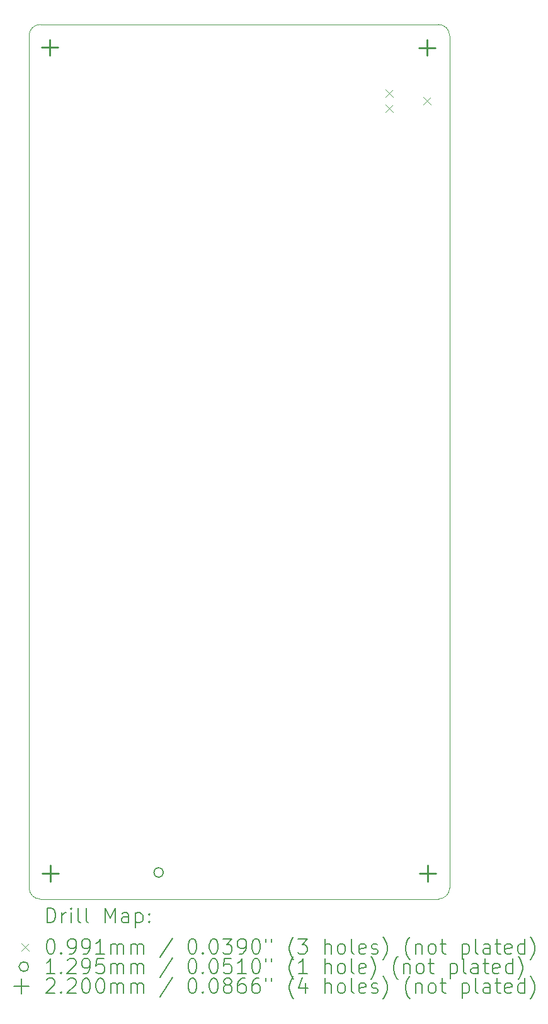
<source format=gbr>
%TF.GenerationSoftware,KiCad,Pcbnew,7.0.1*%
%TF.CreationDate,2023-05-29T11:49:04-05:00*%
%TF.ProjectId,bitaxeMax,62697461-7865-44d6-9178-2e6b69636164,rev?*%
%TF.SameCoordinates,Original*%
%TF.FileFunction,Drillmap*%
%TF.FilePolarity,Positive*%
%FSLAX45Y45*%
G04 Gerber Fmt 4.5, Leading zero omitted, Abs format (unit mm)*
G04 Created by KiCad (PCBNEW 7.0.1) date 2023-05-29 11:49:04*
%MOMM*%
%LPD*%
G01*
G04 APERTURE LIST*
%ADD10C,0.100000*%
%ADD11C,0.200000*%
%ADD12C,0.099060*%
%ADD13C,0.129540*%
%ADD14C,0.220000*%
G04 APERTURE END LIST*
D10*
X7869066Y-4750000D02*
G75*
G03*
X7719000Y-4900066I4J-150070D01*
G01*
X7719000Y-16349934D02*
G75*
G03*
X7869066Y-16500000I150070J4D01*
G01*
X13372000Y-4900000D02*
X13372000Y-16349934D01*
X13221934Y-16500000D02*
G75*
G03*
X13372000Y-16349934I-4J150070D01*
G01*
X13221934Y-16500000D02*
X7869066Y-16500000D01*
X7869066Y-4750000D02*
X13221934Y-4750000D01*
X7719000Y-4900066D02*
X7719000Y-16349934D01*
X13372000Y-4900000D02*
G75*
G03*
X13221934Y-4750000I-150030J-30D01*
G01*
D11*
D12*
X12509470Y-5621870D02*
X12608530Y-5720930D01*
X12608530Y-5621870D02*
X12509470Y-5720930D01*
X12509470Y-5825070D02*
X12608530Y-5924130D01*
X12608530Y-5825070D02*
X12509470Y-5924130D01*
X13017470Y-5723470D02*
X13116530Y-5822530D01*
X13116530Y-5723470D02*
X13017470Y-5822530D01*
D13*
X9525210Y-16143585D02*
G75*
G03*
X9525210Y-16143585I-64770J0D01*
G01*
D14*
X7998700Y-4950300D02*
X7998700Y-5170300D01*
X7888700Y-5060300D02*
X8108700Y-5060300D01*
X8002000Y-16044400D02*
X8002000Y-16264400D01*
X7892000Y-16154400D02*
X8112000Y-16154400D01*
X13068300Y-4950400D02*
X13068300Y-5170400D01*
X12958300Y-5060400D02*
X13178300Y-5060400D01*
X13081000Y-16044400D02*
X13081000Y-16264400D01*
X12971000Y-16154400D02*
X13191000Y-16154400D01*
D11*
X7961619Y-16817524D02*
X7961619Y-16617524D01*
X7961619Y-16617524D02*
X8009238Y-16617524D01*
X8009238Y-16617524D02*
X8037809Y-16627048D01*
X8037809Y-16627048D02*
X8056857Y-16646095D01*
X8056857Y-16646095D02*
X8066381Y-16665143D01*
X8066381Y-16665143D02*
X8075905Y-16703238D01*
X8075905Y-16703238D02*
X8075905Y-16731809D01*
X8075905Y-16731809D02*
X8066381Y-16769905D01*
X8066381Y-16769905D02*
X8056857Y-16788952D01*
X8056857Y-16788952D02*
X8037809Y-16808000D01*
X8037809Y-16808000D02*
X8009238Y-16817524D01*
X8009238Y-16817524D02*
X7961619Y-16817524D01*
X8161619Y-16817524D02*
X8161619Y-16684190D01*
X8161619Y-16722286D02*
X8171143Y-16703238D01*
X8171143Y-16703238D02*
X8180667Y-16693714D01*
X8180667Y-16693714D02*
X8199714Y-16684190D01*
X8199714Y-16684190D02*
X8218762Y-16684190D01*
X8285428Y-16817524D02*
X8285428Y-16684190D01*
X8285428Y-16617524D02*
X8275905Y-16627048D01*
X8275905Y-16627048D02*
X8285428Y-16636571D01*
X8285428Y-16636571D02*
X8294952Y-16627048D01*
X8294952Y-16627048D02*
X8285428Y-16617524D01*
X8285428Y-16617524D02*
X8285428Y-16636571D01*
X8409238Y-16817524D02*
X8390190Y-16808000D01*
X8390190Y-16808000D02*
X8380667Y-16788952D01*
X8380667Y-16788952D02*
X8380667Y-16617524D01*
X8514000Y-16817524D02*
X8494952Y-16808000D01*
X8494952Y-16808000D02*
X8485429Y-16788952D01*
X8485429Y-16788952D02*
X8485429Y-16617524D01*
X8742571Y-16817524D02*
X8742571Y-16617524D01*
X8742571Y-16617524D02*
X8809238Y-16760381D01*
X8809238Y-16760381D02*
X8875905Y-16617524D01*
X8875905Y-16617524D02*
X8875905Y-16817524D01*
X9056857Y-16817524D02*
X9056857Y-16712762D01*
X9056857Y-16712762D02*
X9047333Y-16693714D01*
X9047333Y-16693714D02*
X9028286Y-16684190D01*
X9028286Y-16684190D02*
X8990190Y-16684190D01*
X8990190Y-16684190D02*
X8971143Y-16693714D01*
X9056857Y-16808000D02*
X9037810Y-16817524D01*
X9037810Y-16817524D02*
X8990190Y-16817524D01*
X8990190Y-16817524D02*
X8971143Y-16808000D01*
X8971143Y-16808000D02*
X8961619Y-16788952D01*
X8961619Y-16788952D02*
X8961619Y-16769905D01*
X8961619Y-16769905D02*
X8971143Y-16750857D01*
X8971143Y-16750857D02*
X8990190Y-16741333D01*
X8990190Y-16741333D02*
X9037810Y-16741333D01*
X9037810Y-16741333D02*
X9056857Y-16731809D01*
X9152095Y-16684190D02*
X9152095Y-16884190D01*
X9152095Y-16693714D02*
X9171143Y-16684190D01*
X9171143Y-16684190D02*
X9209238Y-16684190D01*
X9209238Y-16684190D02*
X9228286Y-16693714D01*
X9228286Y-16693714D02*
X9237810Y-16703238D01*
X9237810Y-16703238D02*
X9247333Y-16722286D01*
X9247333Y-16722286D02*
X9247333Y-16779429D01*
X9247333Y-16779429D02*
X9237810Y-16798476D01*
X9237810Y-16798476D02*
X9228286Y-16808000D01*
X9228286Y-16808000D02*
X9209238Y-16817524D01*
X9209238Y-16817524D02*
X9171143Y-16817524D01*
X9171143Y-16817524D02*
X9152095Y-16808000D01*
X9333048Y-16798476D02*
X9342571Y-16808000D01*
X9342571Y-16808000D02*
X9333048Y-16817524D01*
X9333048Y-16817524D02*
X9323524Y-16808000D01*
X9323524Y-16808000D02*
X9333048Y-16798476D01*
X9333048Y-16798476D02*
X9333048Y-16817524D01*
X9333048Y-16693714D02*
X9342571Y-16703238D01*
X9342571Y-16703238D02*
X9333048Y-16712762D01*
X9333048Y-16712762D02*
X9323524Y-16703238D01*
X9323524Y-16703238D02*
X9333048Y-16693714D01*
X9333048Y-16693714D02*
X9333048Y-16712762D01*
D12*
X7614940Y-17095470D02*
X7714000Y-17194530D01*
X7714000Y-17095470D02*
X7614940Y-17194530D01*
D11*
X7999714Y-17037524D02*
X8018762Y-17037524D01*
X8018762Y-17037524D02*
X8037809Y-17047048D01*
X8037809Y-17047048D02*
X8047333Y-17056571D01*
X8047333Y-17056571D02*
X8056857Y-17075619D01*
X8056857Y-17075619D02*
X8066381Y-17113714D01*
X8066381Y-17113714D02*
X8066381Y-17161333D01*
X8066381Y-17161333D02*
X8056857Y-17199429D01*
X8056857Y-17199429D02*
X8047333Y-17218476D01*
X8047333Y-17218476D02*
X8037809Y-17228000D01*
X8037809Y-17228000D02*
X8018762Y-17237524D01*
X8018762Y-17237524D02*
X7999714Y-17237524D01*
X7999714Y-17237524D02*
X7980667Y-17228000D01*
X7980667Y-17228000D02*
X7971143Y-17218476D01*
X7971143Y-17218476D02*
X7961619Y-17199429D01*
X7961619Y-17199429D02*
X7952095Y-17161333D01*
X7952095Y-17161333D02*
X7952095Y-17113714D01*
X7952095Y-17113714D02*
X7961619Y-17075619D01*
X7961619Y-17075619D02*
X7971143Y-17056571D01*
X7971143Y-17056571D02*
X7980667Y-17047048D01*
X7980667Y-17047048D02*
X7999714Y-17037524D01*
X8152095Y-17218476D02*
X8161619Y-17228000D01*
X8161619Y-17228000D02*
X8152095Y-17237524D01*
X8152095Y-17237524D02*
X8142571Y-17228000D01*
X8142571Y-17228000D02*
X8152095Y-17218476D01*
X8152095Y-17218476D02*
X8152095Y-17237524D01*
X8256857Y-17237524D02*
X8294952Y-17237524D01*
X8294952Y-17237524D02*
X8314000Y-17228000D01*
X8314000Y-17228000D02*
X8323524Y-17218476D01*
X8323524Y-17218476D02*
X8342571Y-17189905D01*
X8342571Y-17189905D02*
X8352095Y-17151810D01*
X8352095Y-17151810D02*
X8352095Y-17075619D01*
X8352095Y-17075619D02*
X8342571Y-17056571D01*
X8342571Y-17056571D02*
X8333048Y-17047048D01*
X8333048Y-17047048D02*
X8314000Y-17037524D01*
X8314000Y-17037524D02*
X8275905Y-17037524D01*
X8275905Y-17037524D02*
X8256857Y-17047048D01*
X8256857Y-17047048D02*
X8247333Y-17056571D01*
X8247333Y-17056571D02*
X8237809Y-17075619D01*
X8237809Y-17075619D02*
X8237809Y-17123238D01*
X8237809Y-17123238D02*
X8247333Y-17142286D01*
X8247333Y-17142286D02*
X8256857Y-17151810D01*
X8256857Y-17151810D02*
X8275905Y-17161333D01*
X8275905Y-17161333D02*
X8314000Y-17161333D01*
X8314000Y-17161333D02*
X8333048Y-17151810D01*
X8333048Y-17151810D02*
X8342571Y-17142286D01*
X8342571Y-17142286D02*
X8352095Y-17123238D01*
X8447333Y-17237524D02*
X8485429Y-17237524D01*
X8485429Y-17237524D02*
X8504476Y-17228000D01*
X8504476Y-17228000D02*
X8514000Y-17218476D01*
X8514000Y-17218476D02*
X8533048Y-17189905D01*
X8533048Y-17189905D02*
X8542571Y-17151810D01*
X8542571Y-17151810D02*
X8542571Y-17075619D01*
X8542571Y-17075619D02*
X8533048Y-17056571D01*
X8533048Y-17056571D02*
X8523524Y-17047048D01*
X8523524Y-17047048D02*
X8504476Y-17037524D01*
X8504476Y-17037524D02*
X8466381Y-17037524D01*
X8466381Y-17037524D02*
X8447333Y-17047048D01*
X8447333Y-17047048D02*
X8437810Y-17056571D01*
X8437810Y-17056571D02*
X8428286Y-17075619D01*
X8428286Y-17075619D02*
X8428286Y-17123238D01*
X8428286Y-17123238D02*
X8437810Y-17142286D01*
X8437810Y-17142286D02*
X8447333Y-17151810D01*
X8447333Y-17151810D02*
X8466381Y-17161333D01*
X8466381Y-17161333D02*
X8504476Y-17161333D01*
X8504476Y-17161333D02*
X8523524Y-17151810D01*
X8523524Y-17151810D02*
X8533048Y-17142286D01*
X8533048Y-17142286D02*
X8542571Y-17123238D01*
X8733048Y-17237524D02*
X8618762Y-17237524D01*
X8675905Y-17237524D02*
X8675905Y-17037524D01*
X8675905Y-17037524D02*
X8656857Y-17066095D01*
X8656857Y-17066095D02*
X8637810Y-17085143D01*
X8637810Y-17085143D02*
X8618762Y-17094667D01*
X8818762Y-17237524D02*
X8818762Y-17104190D01*
X8818762Y-17123238D02*
X8828286Y-17113714D01*
X8828286Y-17113714D02*
X8847333Y-17104190D01*
X8847333Y-17104190D02*
X8875905Y-17104190D01*
X8875905Y-17104190D02*
X8894952Y-17113714D01*
X8894952Y-17113714D02*
X8904476Y-17132762D01*
X8904476Y-17132762D02*
X8904476Y-17237524D01*
X8904476Y-17132762D02*
X8914000Y-17113714D01*
X8914000Y-17113714D02*
X8933048Y-17104190D01*
X8933048Y-17104190D02*
X8961619Y-17104190D01*
X8961619Y-17104190D02*
X8980667Y-17113714D01*
X8980667Y-17113714D02*
X8990191Y-17132762D01*
X8990191Y-17132762D02*
X8990191Y-17237524D01*
X9085429Y-17237524D02*
X9085429Y-17104190D01*
X9085429Y-17123238D02*
X9094952Y-17113714D01*
X9094952Y-17113714D02*
X9114000Y-17104190D01*
X9114000Y-17104190D02*
X9142572Y-17104190D01*
X9142572Y-17104190D02*
X9161619Y-17113714D01*
X9161619Y-17113714D02*
X9171143Y-17132762D01*
X9171143Y-17132762D02*
X9171143Y-17237524D01*
X9171143Y-17132762D02*
X9180667Y-17113714D01*
X9180667Y-17113714D02*
X9199714Y-17104190D01*
X9199714Y-17104190D02*
X9228286Y-17104190D01*
X9228286Y-17104190D02*
X9247333Y-17113714D01*
X9247333Y-17113714D02*
X9256857Y-17132762D01*
X9256857Y-17132762D02*
X9256857Y-17237524D01*
X9647333Y-17028000D02*
X9475905Y-17285143D01*
X9904476Y-17037524D02*
X9923524Y-17037524D01*
X9923524Y-17037524D02*
X9942572Y-17047048D01*
X9942572Y-17047048D02*
X9952095Y-17056571D01*
X9952095Y-17056571D02*
X9961619Y-17075619D01*
X9961619Y-17075619D02*
X9971143Y-17113714D01*
X9971143Y-17113714D02*
X9971143Y-17161333D01*
X9971143Y-17161333D02*
X9961619Y-17199429D01*
X9961619Y-17199429D02*
X9952095Y-17218476D01*
X9952095Y-17218476D02*
X9942572Y-17228000D01*
X9942572Y-17228000D02*
X9923524Y-17237524D01*
X9923524Y-17237524D02*
X9904476Y-17237524D01*
X9904476Y-17237524D02*
X9885429Y-17228000D01*
X9885429Y-17228000D02*
X9875905Y-17218476D01*
X9875905Y-17218476D02*
X9866381Y-17199429D01*
X9866381Y-17199429D02*
X9856857Y-17161333D01*
X9856857Y-17161333D02*
X9856857Y-17113714D01*
X9856857Y-17113714D02*
X9866381Y-17075619D01*
X9866381Y-17075619D02*
X9875905Y-17056571D01*
X9875905Y-17056571D02*
X9885429Y-17047048D01*
X9885429Y-17047048D02*
X9904476Y-17037524D01*
X10056857Y-17218476D02*
X10066381Y-17228000D01*
X10066381Y-17228000D02*
X10056857Y-17237524D01*
X10056857Y-17237524D02*
X10047334Y-17228000D01*
X10047334Y-17228000D02*
X10056857Y-17218476D01*
X10056857Y-17218476D02*
X10056857Y-17237524D01*
X10190191Y-17037524D02*
X10209238Y-17037524D01*
X10209238Y-17037524D02*
X10228286Y-17047048D01*
X10228286Y-17047048D02*
X10237810Y-17056571D01*
X10237810Y-17056571D02*
X10247334Y-17075619D01*
X10247334Y-17075619D02*
X10256857Y-17113714D01*
X10256857Y-17113714D02*
X10256857Y-17161333D01*
X10256857Y-17161333D02*
X10247334Y-17199429D01*
X10247334Y-17199429D02*
X10237810Y-17218476D01*
X10237810Y-17218476D02*
X10228286Y-17228000D01*
X10228286Y-17228000D02*
X10209238Y-17237524D01*
X10209238Y-17237524D02*
X10190191Y-17237524D01*
X10190191Y-17237524D02*
X10171143Y-17228000D01*
X10171143Y-17228000D02*
X10161619Y-17218476D01*
X10161619Y-17218476D02*
X10152095Y-17199429D01*
X10152095Y-17199429D02*
X10142572Y-17161333D01*
X10142572Y-17161333D02*
X10142572Y-17113714D01*
X10142572Y-17113714D02*
X10152095Y-17075619D01*
X10152095Y-17075619D02*
X10161619Y-17056571D01*
X10161619Y-17056571D02*
X10171143Y-17047048D01*
X10171143Y-17047048D02*
X10190191Y-17037524D01*
X10323524Y-17037524D02*
X10447334Y-17037524D01*
X10447334Y-17037524D02*
X10380667Y-17113714D01*
X10380667Y-17113714D02*
X10409238Y-17113714D01*
X10409238Y-17113714D02*
X10428286Y-17123238D01*
X10428286Y-17123238D02*
X10437810Y-17132762D01*
X10437810Y-17132762D02*
X10447334Y-17151810D01*
X10447334Y-17151810D02*
X10447334Y-17199429D01*
X10447334Y-17199429D02*
X10437810Y-17218476D01*
X10437810Y-17218476D02*
X10428286Y-17228000D01*
X10428286Y-17228000D02*
X10409238Y-17237524D01*
X10409238Y-17237524D02*
X10352095Y-17237524D01*
X10352095Y-17237524D02*
X10333048Y-17228000D01*
X10333048Y-17228000D02*
X10323524Y-17218476D01*
X10542572Y-17237524D02*
X10580667Y-17237524D01*
X10580667Y-17237524D02*
X10599715Y-17228000D01*
X10599715Y-17228000D02*
X10609238Y-17218476D01*
X10609238Y-17218476D02*
X10628286Y-17189905D01*
X10628286Y-17189905D02*
X10637810Y-17151810D01*
X10637810Y-17151810D02*
X10637810Y-17075619D01*
X10637810Y-17075619D02*
X10628286Y-17056571D01*
X10628286Y-17056571D02*
X10618762Y-17047048D01*
X10618762Y-17047048D02*
X10599715Y-17037524D01*
X10599715Y-17037524D02*
X10561619Y-17037524D01*
X10561619Y-17037524D02*
X10542572Y-17047048D01*
X10542572Y-17047048D02*
X10533048Y-17056571D01*
X10533048Y-17056571D02*
X10523524Y-17075619D01*
X10523524Y-17075619D02*
X10523524Y-17123238D01*
X10523524Y-17123238D02*
X10533048Y-17142286D01*
X10533048Y-17142286D02*
X10542572Y-17151810D01*
X10542572Y-17151810D02*
X10561619Y-17161333D01*
X10561619Y-17161333D02*
X10599715Y-17161333D01*
X10599715Y-17161333D02*
X10618762Y-17151810D01*
X10618762Y-17151810D02*
X10628286Y-17142286D01*
X10628286Y-17142286D02*
X10637810Y-17123238D01*
X10761619Y-17037524D02*
X10780667Y-17037524D01*
X10780667Y-17037524D02*
X10799715Y-17047048D01*
X10799715Y-17047048D02*
X10809238Y-17056571D01*
X10809238Y-17056571D02*
X10818762Y-17075619D01*
X10818762Y-17075619D02*
X10828286Y-17113714D01*
X10828286Y-17113714D02*
X10828286Y-17161333D01*
X10828286Y-17161333D02*
X10818762Y-17199429D01*
X10818762Y-17199429D02*
X10809238Y-17218476D01*
X10809238Y-17218476D02*
X10799715Y-17228000D01*
X10799715Y-17228000D02*
X10780667Y-17237524D01*
X10780667Y-17237524D02*
X10761619Y-17237524D01*
X10761619Y-17237524D02*
X10742572Y-17228000D01*
X10742572Y-17228000D02*
X10733048Y-17218476D01*
X10733048Y-17218476D02*
X10723524Y-17199429D01*
X10723524Y-17199429D02*
X10714000Y-17161333D01*
X10714000Y-17161333D02*
X10714000Y-17113714D01*
X10714000Y-17113714D02*
X10723524Y-17075619D01*
X10723524Y-17075619D02*
X10733048Y-17056571D01*
X10733048Y-17056571D02*
X10742572Y-17047048D01*
X10742572Y-17047048D02*
X10761619Y-17037524D01*
X10904476Y-17037524D02*
X10904476Y-17075619D01*
X10980667Y-17037524D02*
X10980667Y-17075619D01*
X11275905Y-17313714D02*
X11266381Y-17304190D01*
X11266381Y-17304190D02*
X11247334Y-17275619D01*
X11247334Y-17275619D02*
X11237810Y-17256571D01*
X11237810Y-17256571D02*
X11228286Y-17228000D01*
X11228286Y-17228000D02*
X11218762Y-17180381D01*
X11218762Y-17180381D02*
X11218762Y-17142286D01*
X11218762Y-17142286D02*
X11228286Y-17094667D01*
X11228286Y-17094667D02*
X11237810Y-17066095D01*
X11237810Y-17066095D02*
X11247334Y-17047048D01*
X11247334Y-17047048D02*
X11266381Y-17018476D01*
X11266381Y-17018476D02*
X11275905Y-17008952D01*
X11333048Y-17037524D02*
X11456857Y-17037524D01*
X11456857Y-17037524D02*
X11390191Y-17113714D01*
X11390191Y-17113714D02*
X11418762Y-17113714D01*
X11418762Y-17113714D02*
X11437810Y-17123238D01*
X11437810Y-17123238D02*
X11447334Y-17132762D01*
X11447334Y-17132762D02*
X11456857Y-17151810D01*
X11456857Y-17151810D02*
X11456857Y-17199429D01*
X11456857Y-17199429D02*
X11447334Y-17218476D01*
X11447334Y-17218476D02*
X11437810Y-17228000D01*
X11437810Y-17228000D02*
X11418762Y-17237524D01*
X11418762Y-17237524D02*
X11361619Y-17237524D01*
X11361619Y-17237524D02*
X11342572Y-17228000D01*
X11342572Y-17228000D02*
X11333048Y-17218476D01*
X11694953Y-17237524D02*
X11694953Y-17037524D01*
X11780667Y-17237524D02*
X11780667Y-17132762D01*
X11780667Y-17132762D02*
X11771143Y-17113714D01*
X11771143Y-17113714D02*
X11752096Y-17104190D01*
X11752096Y-17104190D02*
X11723524Y-17104190D01*
X11723524Y-17104190D02*
X11704476Y-17113714D01*
X11704476Y-17113714D02*
X11694953Y-17123238D01*
X11904476Y-17237524D02*
X11885429Y-17228000D01*
X11885429Y-17228000D02*
X11875905Y-17218476D01*
X11875905Y-17218476D02*
X11866381Y-17199429D01*
X11866381Y-17199429D02*
X11866381Y-17142286D01*
X11866381Y-17142286D02*
X11875905Y-17123238D01*
X11875905Y-17123238D02*
X11885429Y-17113714D01*
X11885429Y-17113714D02*
X11904476Y-17104190D01*
X11904476Y-17104190D02*
X11933048Y-17104190D01*
X11933048Y-17104190D02*
X11952096Y-17113714D01*
X11952096Y-17113714D02*
X11961619Y-17123238D01*
X11961619Y-17123238D02*
X11971143Y-17142286D01*
X11971143Y-17142286D02*
X11971143Y-17199429D01*
X11971143Y-17199429D02*
X11961619Y-17218476D01*
X11961619Y-17218476D02*
X11952096Y-17228000D01*
X11952096Y-17228000D02*
X11933048Y-17237524D01*
X11933048Y-17237524D02*
X11904476Y-17237524D01*
X12085429Y-17237524D02*
X12066381Y-17228000D01*
X12066381Y-17228000D02*
X12056857Y-17208952D01*
X12056857Y-17208952D02*
X12056857Y-17037524D01*
X12237810Y-17228000D02*
X12218762Y-17237524D01*
X12218762Y-17237524D02*
X12180667Y-17237524D01*
X12180667Y-17237524D02*
X12161619Y-17228000D01*
X12161619Y-17228000D02*
X12152096Y-17208952D01*
X12152096Y-17208952D02*
X12152096Y-17132762D01*
X12152096Y-17132762D02*
X12161619Y-17113714D01*
X12161619Y-17113714D02*
X12180667Y-17104190D01*
X12180667Y-17104190D02*
X12218762Y-17104190D01*
X12218762Y-17104190D02*
X12237810Y-17113714D01*
X12237810Y-17113714D02*
X12247334Y-17132762D01*
X12247334Y-17132762D02*
X12247334Y-17151810D01*
X12247334Y-17151810D02*
X12152096Y-17170857D01*
X12323524Y-17228000D02*
X12342572Y-17237524D01*
X12342572Y-17237524D02*
X12380667Y-17237524D01*
X12380667Y-17237524D02*
X12399715Y-17228000D01*
X12399715Y-17228000D02*
X12409238Y-17208952D01*
X12409238Y-17208952D02*
X12409238Y-17199429D01*
X12409238Y-17199429D02*
X12399715Y-17180381D01*
X12399715Y-17180381D02*
X12380667Y-17170857D01*
X12380667Y-17170857D02*
X12352096Y-17170857D01*
X12352096Y-17170857D02*
X12333048Y-17161333D01*
X12333048Y-17161333D02*
X12323524Y-17142286D01*
X12323524Y-17142286D02*
X12323524Y-17132762D01*
X12323524Y-17132762D02*
X12333048Y-17113714D01*
X12333048Y-17113714D02*
X12352096Y-17104190D01*
X12352096Y-17104190D02*
X12380667Y-17104190D01*
X12380667Y-17104190D02*
X12399715Y-17113714D01*
X12475905Y-17313714D02*
X12485429Y-17304190D01*
X12485429Y-17304190D02*
X12504477Y-17275619D01*
X12504477Y-17275619D02*
X12514000Y-17256571D01*
X12514000Y-17256571D02*
X12523524Y-17228000D01*
X12523524Y-17228000D02*
X12533048Y-17180381D01*
X12533048Y-17180381D02*
X12533048Y-17142286D01*
X12533048Y-17142286D02*
X12523524Y-17094667D01*
X12523524Y-17094667D02*
X12514000Y-17066095D01*
X12514000Y-17066095D02*
X12504477Y-17047048D01*
X12504477Y-17047048D02*
X12485429Y-17018476D01*
X12485429Y-17018476D02*
X12475905Y-17008952D01*
X12837810Y-17313714D02*
X12828286Y-17304190D01*
X12828286Y-17304190D02*
X12809238Y-17275619D01*
X12809238Y-17275619D02*
X12799715Y-17256571D01*
X12799715Y-17256571D02*
X12790191Y-17228000D01*
X12790191Y-17228000D02*
X12780667Y-17180381D01*
X12780667Y-17180381D02*
X12780667Y-17142286D01*
X12780667Y-17142286D02*
X12790191Y-17094667D01*
X12790191Y-17094667D02*
X12799715Y-17066095D01*
X12799715Y-17066095D02*
X12809238Y-17047048D01*
X12809238Y-17047048D02*
X12828286Y-17018476D01*
X12828286Y-17018476D02*
X12837810Y-17008952D01*
X12914000Y-17104190D02*
X12914000Y-17237524D01*
X12914000Y-17123238D02*
X12923524Y-17113714D01*
X12923524Y-17113714D02*
X12942572Y-17104190D01*
X12942572Y-17104190D02*
X12971143Y-17104190D01*
X12971143Y-17104190D02*
X12990191Y-17113714D01*
X12990191Y-17113714D02*
X12999715Y-17132762D01*
X12999715Y-17132762D02*
X12999715Y-17237524D01*
X13123524Y-17237524D02*
X13104477Y-17228000D01*
X13104477Y-17228000D02*
X13094953Y-17218476D01*
X13094953Y-17218476D02*
X13085429Y-17199429D01*
X13085429Y-17199429D02*
X13085429Y-17142286D01*
X13085429Y-17142286D02*
X13094953Y-17123238D01*
X13094953Y-17123238D02*
X13104477Y-17113714D01*
X13104477Y-17113714D02*
X13123524Y-17104190D01*
X13123524Y-17104190D02*
X13152096Y-17104190D01*
X13152096Y-17104190D02*
X13171143Y-17113714D01*
X13171143Y-17113714D02*
X13180667Y-17123238D01*
X13180667Y-17123238D02*
X13190191Y-17142286D01*
X13190191Y-17142286D02*
X13190191Y-17199429D01*
X13190191Y-17199429D02*
X13180667Y-17218476D01*
X13180667Y-17218476D02*
X13171143Y-17228000D01*
X13171143Y-17228000D02*
X13152096Y-17237524D01*
X13152096Y-17237524D02*
X13123524Y-17237524D01*
X13247334Y-17104190D02*
X13323524Y-17104190D01*
X13275905Y-17037524D02*
X13275905Y-17208952D01*
X13275905Y-17208952D02*
X13285429Y-17228000D01*
X13285429Y-17228000D02*
X13304477Y-17237524D01*
X13304477Y-17237524D02*
X13323524Y-17237524D01*
X13542572Y-17104190D02*
X13542572Y-17304190D01*
X13542572Y-17113714D02*
X13561619Y-17104190D01*
X13561619Y-17104190D02*
X13599715Y-17104190D01*
X13599715Y-17104190D02*
X13618762Y-17113714D01*
X13618762Y-17113714D02*
X13628286Y-17123238D01*
X13628286Y-17123238D02*
X13637810Y-17142286D01*
X13637810Y-17142286D02*
X13637810Y-17199429D01*
X13637810Y-17199429D02*
X13628286Y-17218476D01*
X13628286Y-17218476D02*
X13618762Y-17228000D01*
X13618762Y-17228000D02*
X13599715Y-17237524D01*
X13599715Y-17237524D02*
X13561619Y-17237524D01*
X13561619Y-17237524D02*
X13542572Y-17228000D01*
X13752096Y-17237524D02*
X13733048Y-17228000D01*
X13733048Y-17228000D02*
X13723524Y-17208952D01*
X13723524Y-17208952D02*
X13723524Y-17037524D01*
X13914000Y-17237524D02*
X13914000Y-17132762D01*
X13914000Y-17132762D02*
X13904477Y-17113714D01*
X13904477Y-17113714D02*
X13885429Y-17104190D01*
X13885429Y-17104190D02*
X13847334Y-17104190D01*
X13847334Y-17104190D02*
X13828286Y-17113714D01*
X13914000Y-17228000D02*
X13894953Y-17237524D01*
X13894953Y-17237524D02*
X13847334Y-17237524D01*
X13847334Y-17237524D02*
X13828286Y-17228000D01*
X13828286Y-17228000D02*
X13818762Y-17208952D01*
X13818762Y-17208952D02*
X13818762Y-17189905D01*
X13818762Y-17189905D02*
X13828286Y-17170857D01*
X13828286Y-17170857D02*
X13847334Y-17161333D01*
X13847334Y-17161333D02*
X13894953Y-17161333D01*
X13894953Y-17161333D02*
X13914000Y-17151810D01*
X13980667Y-17104190D02*
X14056858Y-17104190D01*
X14009239Y-17037524D02*
X14009239Y-17208952D01*
X14009239Y-17208952D02*
X14018762Y-17228000D01*
X14018762Y-17228000D02*
X14037810Y-17237524D01*
X14037810Y-17237524D02*
X14056858Y-17237524D01*
X14199715Y-17228000D02*
X14180667Y-17237524D01*
X14180667Y-17237524D02*
X14142572Y-17237524D01*
X14142572Y-17237524D02*
X14123524Y-17228000D01*
X14123524Y-17228000D02*
X14114000Y-17208952D01*
X14114000Y-17208952D02*
X14114000Y-17132762D01*
X14114000Y-17132762D02*
X14123524Y-17113714D01*
X14123524Y-17113714D02*
X14142572Y-17104190D01*
X14142572Y-17104190D02*
X14180667Y-17104190D01*
X14180667Y-17104190D02*
X14199715Y-17113714D01*
X14199715Y-17113714D02*
X14209239Y-17132762D01*
X14209239Y-17132762D02*
X14209239Y-17151810D01*
X14209239Y-17151810D02*
X14114000Y-17170857D01*
X14380667Y-17237524D02*
X14380667Y-17037524D01*
X14380667Y-17228000D02*
X14361620Y-17237524D01*
X14361620Y-17237524D02*
X14323524Y-17237524D01*
X14323524Y-17237524D02*
X14304477Y-17228000D01*
X14304477Y-17228000D02*
X14294953Y-17218476D01*
X14294953Y-17218476D02*
X14285429Y-17199429D01*
X14285429Y-17199429D02*
X14285429Y-17142286D01*
X14285429Y-17142286D02*
X14294953Y-17123238D01*
X14294953Y-17123238D02*
X14304477Y-17113714D01*
X14304477Y-17113714D02*
X14323524Y-17104190D01*
X14323524Y-17104190D02*
X14361620Y-17104190D01*
X14361620Y-17104190D02*
X14380667Y-17113714D01*
X14456858Y-17313714D02*
X14466381Y-17304190D01*
X14466381Y-17304190D02*
X14485429Y-17275619D01*
X14485429Y-17275619D02*
X14494953Y-17256571D01*
X14494953Y-17256571D02*
X14504477Y-17228000D01*
X14504477Y-17228000D02*
X14514000Y-17180381D01*
X14514000Y-17180381D02*
X14514000Y-17142286D01*
X14514000Y-17142286D02*
X14504477Y-17094667D01*
X14504477Y-17094667D02*
X14494953Y-17066095D01*
X14494953Y-17066095D02*
X14485429Y-17047048D01*
X14485429Y-17047048D02*
X14466381Y-17018476D01*
X14466381Y-17018476D02*
X14456858Y-17008952D01*
D13*
X7714000Y-17409000D02*
G75*
G03*
X7714000Y-17409000I-64770J0D01*
G01*
D11*
X8066381Y-17501524D02*
X7952095Y-17501524D01*
X8009238Y-17501524D02*
X8009238Y-17301524D01*
X8009238Y-17301524D02*
X7990190Y-17330095D01*
X7990190Y-17330095D02*
X7971143Y-17349143D01*
X7971143Y-17349143D02*
X7952095Y-17358667D01*
X8152095Y-17482476D02*
X8161619Y-17492000D01*
X8161619Y-17492000D02*
X8152095Y-17501524D01*
X8152095Y-17501524D02*
X8142571Y-17492000D01*
X8142571Y-17492000D02*
X8152095Y-17482476D01*
X8152095Y-17482476D02*
X8152095Y-17501524D01*
X8237809Y-17320571D02*
X8247333Y-17311048D01*
X8247333Y-17311048D02*
X8266381Y-17301524D01*
X8266381Y-17301524D02*
X8314000Y-17301524D01*
X8314000Y-17301524D02*
X8333048Y-17311048D01*
X8333048Y-17311048D02*
X8342571Y-17320571D01*
X8342571Y-17320571D02*
X8352095Y-17339619D01*
X8352095Y-17339619D02*
X8352095Y-17358667D01*
X8352095Y-17358667D02*
X8342571Y-17387238D01*
X8342571Y-17387238D02*
X8228286Y-17501524D01*
X8228286Y-17501524D02*
X8352095Y-17501524D01*
X8447333Y-17501524D02*
X8485429Y-17501524D01*
X8485429Y-17501524D02*
X8504476Y-17492000D01*
X8504476Y-17492000D02*
X8514000Y-17482476D01*
X8514000Y-17482476D02*
X8533048Y-17453905D01*
X8533048Y-17453905D02*
X8542571Y-17415810D01*
X8542571Y-17415810D02*
X8542571Y-17339619D01*
X8542571Y-17339619D02*
X8533048Y-17320571D01*
X8533048Y-17320571D02*
X8523524Y-17311048D01*
X8523524Y-17311048D02*
X8504476Y-17301524D01*
X8504476Y-17301524D02*
X8466381Y-17301524D01*
X8466381Y-17301524D02*
X8447333Y-17311048D01*
X8447333Y-17311048D02*
X8437810Y-17320571D01*
X8437810Y-17320571D02*
X8428286Y-17339619D01*
X8428286Y-17339619D02*
X8428286Y-17387238D01*
X8428286Y-17387238D02*
X8437810Y-17406286D01*
X8437810Y-17406286D02*
X8447333Y-17415810D01*
X8447333Y-17415810D02*
X8466381Y-17425333D01*
X8466381Y-17425333D02*
X8504476Y-17425333D01*
X8504476Y-17425333D02*
X8523524Y-17415810D01*
X8523524Y-17415810D02*
X8533048Y-17406286D01*
X8533048Y-17406286D02*
X8542571Y-17387238D01*
X8723524Y-17301524D02*
X8628286Y-17301524D01*
X8628286Y-17301524D02*
X8618762Y-17396762D01*
X8618762Y-17396762D02*
X8628286Y-17387238D01*
X8628286Y-17387238D02*
X8647333Y-17377714D01*
X8647333Y-17377714D02*
X8694952Y-17377714D01*
X8694952Y-17377714D02*
X8714000Y-17387238D01*
X8714000Y-17387238D02*
X8723524Y-17396762D01*
X8723524Y-17396762D02*
X8733048Y-17415810D01*
X8733048Y-17415810D02*
X8733048Y-17463429D01*
X8733048Y-17463429D02*
X8723524Y-17482476D01*
X8723524Y-17482476D02*
X8714000Y-17492000D01*
X8714000Y-17492000D02*
X8694952Y-17501524D01*
X8694952Y-17501524D02*
X8647333Y-17501524D01*
X8647333Y-17501524D02*
X8628286Y-17492000D01*
X8628286Y-17492000D02*
X8618762Y-17482476D01*
X8818762Y-17501524D02*
X8818762Y-17368190D01*
X8818762Y-17387238D02*
X8828286Y-17377714D01*
X8828286Y-17377714D02*
X8847333Y-17368190D01*
X8847333Y-17368190D02*
X8875905Y-17368190D01*
X8875905Y-17368190D02*
X8894952Y-17377714D01*
X8894952Y-17377714D02*
X8904476Y-17396762D01*
X8904476Y-17396762D02*
X8904476Y-17501524D01*
X8904476Y-17396762D02*
X8914000Y-17377714D01*
X8914000Y-17377714D02*
X8933048Y-17368190D01*
X8933048Y-17368190D02*
X8961619Y-17368190D01*
X8961619Y-17368190D02*
X8980667Y-17377714D01*
X8980667Y-17377714D02*
X8990191Y-17396762D01*
X8990191Y-17396762D02*
X8990191Y-17501524D01*
X9085429Y-17501524D02*
X9085429Y-17368190D01*
X9085429Y-17387238D02*
X9094952Y-17377714D01*
X9094952Y-17377714D02*
X9114000Y-17368190D01*
X9114000Y-17368190D02*
X9142572Y-17368190D01*
X9142572Y-17368190D02*
X9161619Y-17377714D01*
X9161619Y-17377714D02*
X9171143Y-17396762D01*
X9171143Y-17396762D02*
X9171143Y-17501524D01*
X9171143Y-17396762D02*
X9180667Y-17377714D01*
X9180667Y-17377714D02*
X9199714Y-17368190D01*
X9199714Y-17368190D02*
X9228286Y-17368190D01*
X9228286Y-17368190D02*
X9247333Y-17377714D01*
X9247333Y-17377714D02*
X9256857Y-17396762D01*
X9256857Y-17396762D02*
X9256857Y-17501524D01*
X9647333Y-17292000D02*
X9475905Y-17549143D01*
X9904476Y-17301524D02*
X9923524Y-17301524D01*
X9923524Y-17301524D02*
X9942572Y-17311048D01*
X9942572Y-17311048D02*
X9952095Y-17320571D01*
X9952095Y-17320571D02*
X9961619Y-17339619D01*
X9961619Y-17339619D02*
X9971143Y-17377714D01*
X9971143Y-17377714D02*
X9971143Y-17425333D01*
X9971143Y-17425333D02*
X9961619Y-17463429D01*
X9961619Y-17463429D02*
X9952095Y-17482476D01*
X9952095Y-17482476D02*
X9942572Y-17492000D01*
X9942572Y-17492000D02*
X9923524Y-17501524D01*
X9923524Y-17501524D02*
X9904476Y-17501524D01*
X9904476Y-17501524D02*
X9885429Y-17492000D01*
X9885429Y-17492000D02*
X9875905Y-17482476D01*
X9875905Y-17482476D02*
X9866381Y-17463429D01*
X9866381Y-17463429D02*
X9856857Y-17425333D01*
X9856857Y-17425333D02*
X9856857Y-17377714D01*
X9856857Y-17377714D02*
X9866381Y-17339619D01*
X9866381Y-17339619D02*
X9875905Y-17320571D01*
X9875905Y-17320571D02*
X9885429Y-17311048D01*
X9885429Y-17311048D02*
X9904476Y-17301524D01*
X10056857Y-17482476D02*
X10066381Y-17492000D01*
X10066381Y-17492000D02*
X10056857Y-17501524D01*
X10056857Y-17501524D02*
X10047334Y-17492000D01*
X10047334Y-17492000D02*
X10056857Y-17482476D01*
X10056857Y-17482476D02*
X10056857Y-17501524D01*
X10190191Y-17301524D02*
X10209238Y-17301524D01*
X10209238Y-17301524D02*
X10228286Y-17311048D01*
X10228286Y-17311048D02*
X10237810Y-17320571D01*
X10237810Y-17320571D02*
X10247334Y-17339619D01*
X10247334Y-17339619D02*
X10256857Y-17377714D01*
X10256857Y-17377714D02*
X10256857Y-17425333D01*
X10256857Y-17425333D02*
X10247334Y-17463429D01*
X10247334Y-17463429D02*
X10237810Y-17482476D01*
X10237810Y-17482476D02*
X10228286Y-17492000D01*
X10228286Y-17492000D02*
X10209238Y-17501524D01*
X10209238Y-17501524D02*
X10190191Y-17501524D01*
X10190191Y-17501524D02*
X10171143Y-17492000D01*
X10171143Y-17492000D02*
X10161619Y-17482476D01*
X10161619Y-17482476D02*
X10152095Y-17463429D01*
X10152095Y-17463429D02*
X10142572Y-17425333D01*
X10142572Y-17425333D02*
X10142572Y-17377714D01*
X10142572Y-17377714D02*
X10152095Y-17339619D01*
X10152095Y-17339619D02*
X10161619Y-17320571D01*
X10161619Y-17320571D02*
X10171143Y-17311048D01*
X10171143Y-17311048D02*
X10190191Y-17301524D01*
X10437810Y-17301524D02*
X10342572Y-17301524D01*
X10342572Y-17301524D02*
X10333048Y-17396762D01*
X10333048Y-17396762D02*
X10342572Y-17387238D01*
X10342572Y-17387238D02*
X10361619Y-17377714D01*
X10361619Y-17377714D02*
X10409238Y-17377714D01*
X10409238Y-17377714D02*
X10428286Y-17387238D01*
X10428286Y-17387238D02*
X10437810Y-17396762D01*
X10437810Y-17396762D02*
X10447334Y-17415810D01*
X10447334Y-17415810D02*
X10447334Y-17463429D01*
X10447334Y-17463429D02*
X10437810Y-17482476D01*
X10437810Y-17482476D02*
X10428286Y-17492000D01*
X10428286Y-17492000D02*
X10409238Y-17501524D01*
X10409238Y-17501524D02*
X10361619Y-17501524D01*
X10361619Y-17501524D02*
X10342572Y-17492000D01*
X10342572Y-17492000D02*
X10333048Y-17482476D01*
X10637810Y-17501524D02*
X10523524Y-17501524D01*
X10580667Y-17501524D02*
X10580667Y-17301524D01*
X10580667Y-17301524D02*
X10561619Y-17330095D01*
X10561619Y-17330095D02*
X10542572Y-17349143D01*
X10542572Y-17349143D02*
X10523524Y-17358667D01*
X10761619Y-17301524D02*
X10780667Y-17301524D01*
X10780667Y-17301524D02*
X10799715Y-17311048D01*
X10799715Y-17311048D02*
X10809238Y-17320571D01*
X10809238Y-17320571D02*
X10818762Y-17339619D01*
X10818762Y-17339619D02*
X10828286Y-17377714D01*
X10828286Y-17377714D02*
X10828286Y-17425333D01*
X10828286Y-17425333D02*
X10818762Y-17463429D01*
X10818762Y-17463429D02*
X10809238Y-17482476D01*
X10809238Y-17482476D02*
X10799715Y-17492000D01*
X10799715Y-17492000D02*
X10780667Y-17501524D01*
X10780667Y-17501524D02*
X10761619Y-17501524D01*
X10761619Y-17501524D02*
X10742572Y-17492000D01*
X10742572Y-17492000D02*
X10733048Y-17482476D01*
X10733048Y-17482476D02*
X10723524Y-17463429D01*
X10723524Y-17463429D02*
X10714000Y-17425333D01*
X10714000Y-17425333D02*
X10714000Y-17377714D01*
X10714000Y-17377714D02*
X10723524Y-17339619D01*
X10723524Y-17339619D02*
X10733048Y-17320571D01*
X10733048Y-17320571D02*
X10742572Y-17311048D01*
X10742572Y-17311048D02*
X10761619Y-17301524D01*
X10904476Y-17301524D02*
X10904476Y-17339619D01*
X10980667Y-17301524D02*
X10980667Y-17339619D01*
X11275905Y-17577714D02*
X11266381Y-17568190D01*
X11266381Y-17568190D02*
X11247334Y-17539619D01*
X11247334Y-17539619D02*
X11237810Y-17520571D01*
X11237810Y-17520571D02*
X11228286Y-17492000D01*
X11228286Y-17492000D02*
X11218762Y-17444381D01*
X11218762Y-17444381D02*
X11218762Y-17406286D01*
X11218762Y-17406286D02*
X11228286Y-17358667D01*
X11228286Y-17358667D02*
X11237810Y-17330095D01*
X11237810Y-17330095D02*
X11247334Y-17311048D01*
X11247334Y-17311048D02*
X11266381Y-17282476D01*
X11266381Y-17282476D02*
X11275905Y-17272952D01*
X11456857Y-17501524D02*
X11342572Y-17501524D01*
X11399714Y-17501524D02*
X11399714Y-17301524D01*
X11399714Y-17301524D02*
X11380667Y-17330095D01*
X11380667Y-17330095D02*
X11361619Y-17349143D01*
X11361619Y-17349143D02*
X11342572Y-17358667D01*
X11694953Y-17501524D02*
X11694953Y-17301524D01*
X11780667Y-17501524D02*
X11780667Y-17396762D01*
X11780667Y-17396762D02*
X11771143Y-17377714D01*
X11771143Y-17377714D02*
X11752096Y-17368190D01*
X11752096Y-17368190D02*
X11723524Y-17368190D01*
X11723524Y-17368190D02*
X11704476Y-17377714D01*
X11704476Y-17377714D02*
X11694953Y-17387238D01*
X11904476Y-17501524D02*
X11885429Y-17492000D01*
X11885429Y-17492000D02*
X11875905Y-17482476D01*
X11875905Y-17482476D02*
X11866381Y-17463429D01*
X11866381Y-17463429D02*
X11866381Y-17406286D01*
X11866381Y-17406286D02*
X11875905Y-17387238D01*
X11875905Y-17387238D02*
X11885429Y-17377714D01*
X11885429Y-17377714D02*
X11904476Y-17368190D01*
X11904476Y-17368190D02*
X11933048Y-17368190D01*
X11933048Y-17368190D02*
X11952096Y-17377714D01*
X11952096Y-17377714D02*
X11961619Y-17387238D01*
X11961619Y-17387238D02*
X11971143Y-17406286D01*
X11971143Y-17406286D02*
X11971143Y-17463429D01*
X11971143Y-17463429D02*
X11961619Y-17482476D01*
X11961619Y-17482476D02*
X11952096Y-17492000D01*
X11952096Y-17492000D02*
X11933048Y-17501524D01*
X11933048Y-17501524D02*
X11904476Y-17501524D01*
X12085429Y-17501524D02*
X12066381Y-17492000D01*
X12066381Y-17492000D02*
X12056857Y-17472952D01*
X12056857Y-17472952D02*
X12056857Y-17301524D01*
X12237810Y-17492000D02*
X12218762Y-17501524D01*
X12218762Y-17501524D02*
X12180667Y-17501524D01*
X12180667Y-17501524D02*
X12161619Y-17492000D01*
X12161619Y-17492000D02*
X12152096Y-17472952D01*
X12152096Y-17472952D02*
X12152096Y-17396762D01*
X12152096Y-17396762D02*
X12161619Y-17377714D01*
X12161619Y-17377714D02*
X12180667Y-17368190D01*
X12180667Y-17368190D02*
X12218762Y-17368190D01*
X12218762Y-17368190D02*
X12237810Y-17377714D01*
X12237810Y-17377714D02*
X12247334Y-17396762D01*
X12247334Y-17396762D02*
X12247334Y-17415810D01*
X12247334Y-17415810D02*
X12152096Y-17434857D01*
X12314000Y-17577714D02*
X12323524Y-17568190D01*
X12323524Y-17568190D02*
X12342572Y-17539619D01*
X12342572Y-17539619D02*
X12352096Y-17520571D01*
X12352096Y-17520571D02*
X12361619Y-17492000D01*
X12361619Y-17492000D02*
X12371143Y-17444381D01*
X12371143Y-17444381D02*
X12371143Y-17406286D01*
X12371143Y-17406286D02*
X12361619Y-17358667D01*
X12361619Y-17358667D02*
X12352096Y-17330095D01*
X12352096Y-17330095D02*
X12342572Y-17311048D01*
X12342572Y-17311048D02*
X12323524Y-17282476D01*
X12323524Y-17282476D02*
X12314000Y-17272952D01*
X12675905Y-17577714D02*
X12666381Y-17568190D01*
X12666381Y-17568190D02*
X12647334Y-17539619D01*
X12647334Y-17539619D02*
X12637810Y-17520571D01*
X12637810Y-17520571D02*
X12628286Y-17492000D01*
X12628286Y-17492000D02*
X12618762Y-17444381D01*
X12618762Y-17444381D02*
X12618762Y-17406286D01*
X12618762Y-17406286D02*
X12628286Y-17358667D01*
X12628286Y-17358667D02*
X12637810Y-17330095D01*
X12637810Y-17330095D02*
X12647334Y-17311048D01*
X12647334Y-17311048D02*
X12666381Y-17282476D01*
X12666381Y-17282476D02*
X12675905Y-17272952D01*
X12752096Y-17368190D02*
X12752096Y-17501524D01*
X12752096Y-17387238D02*
X12761619Y-17377714D01*
X12761619Y-17377714D02*
X12780667Y-17368190D01*
X12780667Y-17368190D02*
X12809238Y-17368190D01*
X12809238Y-17368190D02*
X12828286Y-17377714D01*
X12828286Y-17377714D02*
X12837810Y-17396762D01*
X12837810Y-17396762D02*
X12837810Y-17501524D01*
X12961619Y-17501524D02*
X12942572Y-17492000D01*
X12942572Y-17492000D02*
X12933048Y-17482476D01*
X12933048Y-17482476D02*
X12923524Y-17463429D01*
X12923524Y-17463429D02*
X12923524Y-17406286D01*
X12923524Y-17406286D02*
X12933048Y-17387238D01*
X12933048Y-17387238D02*
X12942572Y-17377714D01*
X12942572Y-17377714D02*
X12961619Y-17368190D01*
X12961619Y-17368190D02*
X12990191Y-17368190D01*
X12990191Y-17368190D02*
X13009238Y-17377714D01*
X13009238Y-17377714D02*
X13018762Y-17387238D01*
X13018762Y-17387238D02*
X13028286Y-17406286D01*
X13028286Y-17406286D02*
X13028286Y-17463429D01*
X13028286Y-17463429D02*
X13018762Y-17482476D01*
X13018762Y-17482476D02*
X13009238Y-17492000D01*
X13009238Y-17492000D02*
X12990191Y-17501524D01*
X12990191Y-17501524D02*
X12961619Y-17501524D01*
X13085429Y-17368190D02*
X13161619Y-17368190D01*
X13114000Y-17301524D02*
X13114000Y-17472952D01*
X13114000Y-17472952D02*
X13123524Y-17492000D01*
X13123524Y-17492000D02*
X13142572Y-17501524D01*
X13142572Y-17501524D02*
X13161619Y-17501524D01*
X13380667Y-17368190D02*
X13380667Y-17568190D01*
X13380667Y-17377714D02*
X13399715Y-17368190D01*
X13399715Y-17368190D02*
X13437810Y-17368190D01*
X13437810Y-17368190D02*
X13456858Y-17377714D01*
X13456858Y-17377714D02*
X13466381Y-17387238D01*
X13466381Y-17387238D02*
X13475905Y-17406286D01*
X13475905Y-17406286D02*
X13475905Y-17463429D01*
X13475905Y-17463429D02*
X13466381Y-17482476D01*
X13466381Y-17482476D02*
X13456858Y-17492000D01*
X13456858Y-17492000D02*
X13437810Y-17501524D01*
X13437810Y-17501524D02*
X13399715Y-17501524D01*
X13399715Y-17501524D02*
X13380667Y-17492000D01*
X13590191Y-17501524D02*
X13571143Y-17492000D01*
X13571143Y-17492000D02*
X13561619Y-17472952D01*
X13561619Y-17472952D02*
X13561619Y-17301524D01*
X13752096Y-17501524D02*
X13752096Y-17396762D01*
X13752096Y-17396762D02*
X13742572Y-17377714D01*
X13742572Y-17377714D02*
X13723524Y-17368190D01*
X13723524Y-17368190D02*
X13685429Y-17368190D01*
X13685429Y-17368190D02*
X13666381Y-17377714D01*
X13752096Y-17492000D02*
X13733048Y-17501524D01*
X13733048Y-17501524D02*
X13685429Y-17501524D01*
X13685429Y-17501524D02*
X13666381Y-17492000D01*
X13666381Y-17492000D02*
X13656858Y-17472952D01*
X13656858Y-17472952D02*
X13656858Y-17453905D01*
X13656858Y-17453905D02*
X13666381Y-17434857D01*
X13666381Y-17434857D02*
X13685429Y-17425333D01*
X13685429Y-17425333D02*
X13733048Y-17425333D01*
X13733048Y-17425333D02*
X13752096Y-17415810D01*
X13818762Y-17368190D02*
X13894953Y-17368190D01*
X13847334Y-17301524D02*
X13847334Y-17472952D01*
X13847334Y-17472952D02*
X13856858Y-17492000D01*
X13856858Y-17492000D02*
X13875905Y-17501524D01*
X13875905Y-17501524D02*
X13894953Y-17501524D01*
X14037810Y-17492000D02*
X14018762Y-17501524D01*
X14018762Y-17501524D02*
X13980667Y-17501524D01*
X13980667Y-17501524D02*
X13961619Y-17492000D01*
X13961619Y-17492000D02*
X13952096Y-17472952D01*
X13952096Y-17472952D02*
X13952096Y-17396762D01*
X13952096Y-17396762D02*
X13961619Y-17377714D01*
X13961619Y-17377714D02*
X13980667Y-17368190D01*
X13980667Y-17368190D02*
X14018762Y-17368190D01*
X14018762Y-17368190D02*
X14037810Y-17377714D01*
X14037810Y-17377714D02*
X14047334Y-17396762D01*
X14047334Y-17396762D02*
X14047334Y-17415810D01*
X14047334Y-17415810D02*
X13952096Y-17434857D01*
X14218762Y-17501524D02*
X14218762Y-17301524D01*
X14218762Y-17492000D02*
X14199715Y-17501524D01*
X14199715Y-17501524D02*
X14161619Y-17501524D01*
X14161619Y-17501524D02*
X14142572Y-17492000D01*
X14142572Y-17492000D02*
X14133048Y-17482476D01*
X14133048Y-17482476D02*
X14123524Y-17463429D01*
X14123524Y-17463429D02*
X14123524Y-17406286D01*
X14123524Y-17406286D02*
X14133048Y-17387238D01*
X14133048Y-17387238D02*
X14142572Y-17377714D01*
X14142572Y-17377714D02*
X14161619Y-17368190D01*
X14161619Y-17368190D02*
X14199715Y-17368190D01*
X14199715Y-17368190D02*
X14218762Y-17377714D01*
X14294953Y-17577714D02*
X14304477Y-17568190D01*
X14304477Y-17568190D02*
X14323524Y-17539619D01*
X14323524Y-17539619D02*
X14333048Y-17520571D01*
X14333048Y-17520571D02*
X14342572Y-17492000D01*
X14342572Y-17492000D02*
X14352096Y-17444381D01*
X14352096Y-17444381D02*
X14352096Y-17406286D01*
X14352096Y-17406286D02*
X14342572Y-17358667D01*
X14342572Y-17358667D02*
X14333048Y-17330095D01*
X14333048Y-17330095D02*
X14323524Y-17311048D01*
X14323524Y-17311048D02*
X14304477Y-17282476D01*
X14304477Y-17282476D02*
X14294953Y-17272952D01*
X7614000Y-17573000D02*
X7614000Y-17773000D01*
X7514000Y-17673000D02*
X7714000Y-17673000D01*
X7952095Y-17584571D02*
X7961619Y-17575048D01*
X7961619Y-17575048D02*
X7980667Y-17565524D01*
X7980667Y-17565524D02*
X8028286Y-17565524D01*
X8028286Y-17565524D02*
X8047333Y-17575048D01*
X8047333Y-17575048D02*
X8056857Y-17584571D01*
X8056857Y-17584571D02*
X8066381Y-17603619D01*
X8066381Y-17603619D02*
X8066381Y-17622667D01*
X8066381Y-17622667D02*
X8056857Y-17651238D01*
X8056857Y-17651238D02*
X7942571Y-17765524D01*
X7942571Y-17765524D02*
X8066381Y-17765524D01*
X8152095Y-17746476D02*
X8161619Y-17756000D01*
X8161619Y-17756000D02*
X8152095Y-17765524D01*
X8152095Y-17765524D02*
X8142571Y-17756000D01*
X8142571Y-17756000D02*
X8152095Y-17746476D01*
X8152095Y-17746476D02*
X8152095Y-17765524D01*
X8237809Y-17584571D02*
X8247333Y-17575048D01*
X8247333Y-17575048D02*
X8266381Y-17565524D01*
X8266381Y-17565524D02*
X8314000Y-17565524D01*
X8314000Y-17565524D02*
X8333048Y-17575048D01*
X8333048Y-17575048D02*
X8342571Y-17584571D01*
X8342571Y-17584571D02*
X8352095Y-17603619D01*
X8352095Y-17603619D02*
X8352095Y-17622667D01*
X8352095Y-17622667D02*
X8342571Y-17651238D01*
X8342571Y-17651238D02*
X8228286Y-17765524D01*
X8228286Y-17765524D02*
X8352095Y-17765524D01*
X8475905Y-17565524D02*
X8494952Y-17565524D01*
X8494952Y-17565524D02*
X8514000Y-17575048D01*
X8514000Y-17575048D02*
X8523524Y-17584571D01*
X8523524Y-17584571D02*
X8533048Y-17603619D01*
X8533048Y-17603619D02*
X8542571Y-17641714D01*
X8542571Y-17641714D02*
X8542571Y-17689333D01*
X8542571Y-17689333D02*
X8533048Y-17727429D01*
X8533048Y-17727429D02*
X8523524Y-17746476D01*
X8523524Y-17746476D02*
X8514000Y-17756000D01*
X8514000Y-17756000D02*
X8494952Y-17765524D01*
X8494952Y-17765524D02*
X8475905Y-17765524D01*
X8475905Y-17765524D02*
X8456857Y-17756000D01*
X8456857Y-17756000D02*
X8447333Y-17746476D01*
X8447333Y-17746476D02*
X8437810Y-17727429D01*
X8437810Y-17727429D02*
X8428286Y-17689333D01*
X8428286Y-17689333D02*
X8428286Y-17641714D01*
X8428286Y-17641714D02*
X8437810Y-17603619D01*
X8437810Y-17603619D02*
X8447333Y-17584571D01*
X8447333Y-17584571D02*
X8456857Y-17575048D01*
X8456857Y-17575048D02*
X8475905Y-17565524D01*
X8666381Y-17565524D02*
X8685429Y-17565524D01*
X8685429Y-17565524D02*
X8704476Y-17575048D01*
X8704476Y-17575048D02*
X8714000Y-17584571D01*
X8714000Y-17584571D02*
X8723524Y-17603619D01*
X8723524Y-17603619D02*
X8733048Y-17641714D01*
X8733048Y-17641714D02*
X8733048Y-17689333D01*
X8733048Y-17689333D02*
X8723524Y-17727429D01*
X8723524Y-17727429D02*
X8714000Y-17746476D01*
X8714000Y-17746476D02*
X8704476Y-17756000D01*
X8704476Y-17756000D02*
X8685429Y-17765524D01*
X8685429Y-17765524D02*
X8666381Y-17765524D01*
X8666381Y-17765524D02*
X8647333Y-17756000D01*
X8647333Y-17756000D02*
X8637810Y-17746476D01*
X8637810Y-17746476D02*
X8628286Y-17727429D01*
X8628286Y-17727429D02*
X8618762Y-17689333D01*
X8618762Y-17689333D02*
X8618762Y-17641714D01*
X8618762Y-17641714D02*
X8628286Y-17603619D01*
X8628286Y-17603619D02*
X8637810Y-17584571D01*
X8637810Y-17584571D02*
X8647333Y-17575048D01*
X8647333Y-17575048D02*
X8666381Y-17565524D01*
X8818762Y-17765524D02*
X8818762Y-17632190D01*
X8818762Y-17651238D02*
X8828286Y-17641714D01*
X8828286Y-17641714D02*
X8847333Y-17632190D01*
X8847333Y-17632190D02*
X8875905Y-17632190D01*
X8875905Y-17632190D02*
X8894952Y-17641714D01*
X8894952Y-17641714D02*
X8904476Y-17660762D01*
X8904476Y-17660762D02*
X8904476Y-17765524D01*
X8904476Y-17660762D02*
X8914000Y-17641714D01*
X8914000Y-17641714D02*
X8933048Y-17632190D01*
X8933048Y-17632190D02*
X8961619Y-17632190D01*
X8961619Y-17632190D02*
X8980667Y-17641714D01*
X8980667Y-17641714D02*
X8990191Y-17660762D01*
X8990191Y-17660762D02*
X8990191Y-17765524D01*
X9085429Y-17765524D02*
X9085429Y-17632190D01*
X9085429Y-17651238D02*
X9094952Y-17641714D01*
X9094952Y-17641714D02*
X9114000Y-17632190D01*
X9114000Y-17632190D02*
X9142572Y-17632190D01*
X9142572Y-17632190D02*
X9161619Y-17641714D01*
X9161619Y-17641714D02*
X9171143Y-17660762D01*
X9171143Y-17660762D02*
X9171143Y-17765524D01*
X9171143Y-17660762D02*
X9180667Y-17641714D01*
X9180667Y-17641714D02*
X9199714Y-17632190D01*
X9199714Y-17632190D02*
X9228286Y-17632190D01*
X9228286Y-17632190D02*
X9247333Y-17641714D01*
X9247333Y-17641714D02*
X9256857Y-17660762D01*
X9256857Y-17660762D02*
X9256857Y-17765524D01*
X9647333Y-17556000D02*
X9475905Y-17813143D01*
X9904476Y-17565524D02*
X9923524Y-17565524D01*
X9923524Y-17565524D02*
X9942572Y-17575048D01*
X9942572Y-17575048D02*
X9952095Y-17584571D01*
X9952095Y-17584571D02*
X9961619Y-17603619D01*
X9961619Y-17603619D02*
X9971143Y-17641714D01*
X9971143Y-17641714D02*
X9971143Y-17689333D01*
X9971143Y-17689333D02*
X9961619Y-17727429D01*
X9961619Y-17727429D02*
X9952095Y-17746476D01*
X9952095Y-17746476D02*
X9942572Y-17756000D01*
X9942572Y-17756000D02*
X9923524Y-17765524D01*
X9923524Y-17765524D02*
X9904476Y-17765524D01*
X9904476Y-17765524D02*
X9885429Y-17756000D01*
X9885429Y-17756000D02*
X9875905Y-17746476D01*
X9875905Y-17746476D02*
X9866381Y-17727429D01*
X9866381Y-17727429D02*
X9856857Y-17689333D01*
X9856857Y-17689333D02*
X9856857Y-17641714D01*
X9856857Y-17641714D02*
X9866381Y-17603619D01*
X9866381Y-17603619D02*
X9875905Y-17584571D01*
X9875905Y-17584571D02*
X9885429Y-17575048D01*
X9885429Y-17575048D02*
X9904476Y-17565524D01*
X10056857Y-17746476D02*
X10066381Y-17756000D01*
X10066381Y-17756000D02*
X10056857Y-17765524D01*
X10056857Y-17765524D02*
X10047334Y-17756000D01*
X10047334Y-17756000D02*
X10056857Y-17746476D01*
X10056857Y-17746476D02*
X10056857Y-17765524D01*
X10190191Y-17565524D02*
X10209238Y-17565524D01*
X10209238Y-17565524D02*
X10228286Y-17575048D01*
X10228286Y-17575048D02*
X10237810Y-17584571D01*
X10237810Y-17584571D02*
X10247334Y-17603619D01*
X10247334Y-17603619D02*
X10256857Y-17641714D01*
X10256857Y-17641714D02*
X10256857Y-17689333D01*
X10256857Y-17689333D02*
X10247334Y-17727429D01*
X10247334Y-17727429D02*
X10237810Y-17746476D01*
X10237810Y-17746476D02*
X10228286Y-17756000D01*
X10228286Y-17756000D02*
X10209238Y-17765524D01*
X10209238Y-17765524D02*
X10190191Y-17765524D01*
X10190191Y-17765524D02*
X10171143Y-17756000D01*
X10171143Y-17756000D02*
X10161619Y-17746476D01*
X10161619Y-17746476D02*
X10152095Y-17727429D01*
X10152095Y-17727429D02*
X10142572Y-17689333D01*
X10142572Y-17689333D02*
X10142572Y-17641714D01*
X10142572Y-17641714D02*
X10152095Y-17603619D01*
X10152095Y-17603619D02*
X10161619Y-17584571D01*
X10161619Y-17584571D02*
X10171143Y-17575048D01*
X10171143Y-17575048D02*
X10190191Y-17565524D01*
X10371143Y-17651238D02*
X10352095Y-17641714D01*
X10352095Y-17641714D02*
X10342572Y-17632190D01*
X10342572Y-17632190D02*
X10333048Y-17613143D01*
X10333048Y-17613143D02*
X10333048Y-17603619D01*
X10333048Y-17603619D02*
X10342572Y-17584571D01*
X10342572Y-17584571D02*
X10352095Y-17575048D01*
X10352095Y-17575048D02*
X10371143Y-17565524D01*
X10371143Y-17565524D02*
X10409238Y-17565524D01*
X10409238Y-17565524D02*
X10428286Y-17575048D01*
X10428286Y-17575048D02*
X10437810Y-17584571D01*
X10437810Y-17584571D02*
X10447334Y-17603619D01*
X10447334Y-17603619D02*
X10447334Y-17613143D01*
X10447334Y-17613143D02*
X10437810Y-17632190D01*
X10437810Y-17632190D02*
X10428286Y-17641714D01*
X10428286Y-17641714D02*
X10409238Y-17651238D01*
X10409238Y-17651238D02*
X10371143Y-17651238D01*
X10371143Y-17651238D02*
X10352095Y-17660762D01*
X10352095Y-17660762D02*
X10342572Y-17670286D01*
X10342572Y-17670286D02*
X10333048Y-17689333D01*
X10333048Y-17689333D02*
X10333048Y-17727429D01*
X10333048Y-17727429D02*
X10342572Y-17746476D01*
X10342572Y-17746476D02*
X10352095Y-17756000D01*
X10352095Y-17756000D02*
X10371143Y-17765524D01*
X10371143Y-17765524D02*
X10409238Y-17765524D01*
X10409238Y-17765524D02*
X10428286Y-17756000D01*
X10428286Y-17756000D02*
X10437810Y-17746476D01*
X10437810Y-17746476D02*
X10447334Y-17727429D01*
X10447334Y-17727429D02*
X10447334Y-17689333D01*
X10447334Y-17689333D02*
X10437810Y-17670286D01*
X10437810Y-17670286D02*
X10428286Y-17660762D01*
X10428286Y-17660762D02*
X10409238Y-17651238D01*
X10618762Y-17565524D02*
X10580667Y-17565524D01*
X10580667Y-17565524D02*
X10561619Y-17575048D01*
X10561619Y-17575048D02*
X10552095Y-17584571D01*
X10552095Y-17584571D02*
X10533048Y-17613143D01*
X10533048Y-17613143D02*
X10523524Y-17651238D01*
X10523524Y-17651238D02*
X10523524Y-17727429D01*
X10523524Y-17727429D02*
X10533048Y-17746476D01*
X10533048Y-17746476D02*
X10542572Y-17756000D01*
X10542572Y-17756000D02*
X10561619Y-17765524D01*
X10561619Y-17765524D02*
X10599715Y-17765524D01*
X10599715Y-17765524D02*
X10618762Y-17756000D01*
X10618762Y-17756000D02*
X10628286Y-17746476D01*
X10628286Y-17746476D02*
X10637810Y-17727429D01*
X10637810Y-17727429D02*
X10637810Y-17679810D01*
X10637810Y-17679810D02*
X10628286Y-17660762D01*
X10628286Y-17660762D02*
X10618762Y-17651238D01*
X10618762Y-17651238D02*
X10599715Y-17641714D01*
X10599715Y-17641714D02*
X10561619Y-17641714D01*
X10561619Y-17641714D02*
X10542572Y-17651238D01*
X10542572Y-17651238D02*
X10533048Y-17660762D01*
X10533048Y-17660762D02*
X10523524Y-17679810D01*
X10809238Y-17565524D02*
X10771143Y-17565524D01*
X10771143Y-17565524D02*
X10752095Y-17575048D01*
X10752095Y-17575048D02*
X10742572Y-17584571D01*
X10742572Y-17584571D02*
X10723524Y-17613143D01*
X10723524Y-17613143D02*
X10714000Y-17651238D01*
X10714000Y-17651238D02*
X10714000Y-17727429D01*
X10714000Y-17727429D02*
X10723524Y-17746476D01*
X10723524Y-17746476D02*
X10733048Y-17756000D01*
X10733048Y-17756000D02*
X10752095Y-17765524D01*
X10752095Y-17765524D02*
X10790191Y-17765524D01*
X10790191Y-17765524D02*
X10809238Y-17756000D01*
X10809238Y-17756000D02*
X10818762Y-17746476D01*
X10818762Y-17746476D02*
X10828286Y-17727429D01*
X10828286Y-17727429D02*
X10828286Y-17679810D01*
X10828286Y-17679810D02*
X10818762Y-17660762D01*
X10818762Y-17660762D02*
X10809238Y-17651238D01*
X10809238Y-17651238D02*
X10790191Y-17641714D01*
X10790191Y-17641714D02*
X10752095Y-17641714D01*
X10752095Y-17641714D02*
X10733048Y-17651238D01*
X10733048Y-17651238D02*
X10723524Y-17660762D01*
X10723524Y-17660762D02*
X10714000Y-17679810D01*
X10904476Y-17565524D02*
X10904476Y-17603619D01*
X10980667Y-17565524D02*
X10980667Y-17603619D01*
X11275905Y-17841714D02*
X11266381Y-17832190D01*
X11266381Y-17832190D02*
X11247334Y-17803619D01*
X11247334Y-17803619D02*
X11237810Y-17784571D01*
X11237810Y-17784571D02*
X11228286Y-17756000D01*
X11228286Y-17756000D02*
X11218762Y-17708381D01*
X11218762Y-17708381D02*
X11218762Y-17670286D01*
X11218762Y-17670286D02*
X11228286Y-17622667D01*
X11228286Y-17622667D02*
X11237810Y-17594095D01*
X11237810Y-17594095D02*
X11247334Y-17575048D01*
X11247334Y-17575048D02*
X11266381Y-17546476D01*
X11266381Y-17546476D02*
X11275905Y-17536952D01*
X11437810Y-17632190D02*
X11437810Y-17765524D01*
X11390191Y-17556000D02*
X11342572Y-17698857D01*
X11342572Y-17698857D02*
X11466381Y-17698857D01*
X11694953Y-17765524D02*
X11694953Y-17565524D01*
X11780667Y-17765524D02*
X11780667Y-17660762D01*
X11780667Y-17660762D02*
X11771143Y-17641714D01*
X11771143Y-17641714D02*
X11752096Y-17632190D01*
X11752096Y-17632190D02*
X11723524Y-17632190D01*
X11723524Y-17632190D02*
X11704476Y-17641714D01*
X11704476Y-17641714D02*
X11694953Y-17651238D01*
X11904476Y-17765524D02*
X11885429Y-17756000D01*
X11885429Y-17756000D02*
X11875905Y-17746476D01*
X11875905Y-17746476D02*
X11866381Y-17727429D01*
X11866381Y-17727429D02*
X11866381Y-17670286D01*
X11866381Y-17670286D02*
X11875905Y-17651238D01*
X11875905Y-17651238D02*
X11885429Y-17641714D01*
X11885429Y-17641714D02*
X11904476Y-17632190D01*
X11904476Y-17632190D02*
X11933048Y-17632190D01*
X11933048Y-17632190D02*
X11952096Y-17641714D01*
X11952096Y-17641714D02*
X11961619Y-17651238D01*
X11961619Y-17651238D02*
X11971143Y-17670286D01*
X11971143Y-17670286D02*
X11971143Y-17727429D01*
X11971143Y-17727429D02*
X11961619Y-17746476D01*
X11961619Y-17746476D02*
X11952096Y-17756000D01*
X11952096Y-17756000D02*
X11933048Y-17765524D01*
X11933048Y-17765524D02*
X11904476Y-17765524D01*
X12085429Y-17765524D02*
X12066381Y-17756000D01*
X12066381Y-17756000D02*
X12056857Y-17736952D01*
X12056857Y-17736952D02*
X12056857Y-17565524D01*
X12237810Y-17756000D02*
X12218762Y-17765524D01*
X12218762Y-17765524D02*
X12180667Y-17765524D01*
X12180667Y-17765524D02*
X12161619Y-17756000D01*
X12161619Y-17756000D02*
X12152096Y-17736952D01*
X12152096Y-17736952D02*
X12152096Y-17660762D01*
X12152096Y-17660762D02*
X12161619Y-17641714D01*
X12161619Y-17641714D02*
X12180667Y-17632190D01*
X12180667Y-17632190D02*
X12218762Y-17632190D01*
X12218762Y-17632190D02*
X12237810Y-17641714D01*
X12237810Y-17641714D02*
X12247334Y-17660762D01*
X12247334Y-17660762D02*
X12247334Y-17679810D01*
X12247334Y-17679810D02*
X12152096Y-17698857D01*
X12323524Y-17756000D02*
X12342572Y-17765524D01*
X12342572Y-17765524D02*
X12380667Y-17765524D01*
X12380667Y-17765524D02*
X12399715Y-17756000D01*
X12399715Y-17756000D02*
X12409238Y-17736952D01*
X12409238Y-17736952D02*
X12409238Y-17727429D01*
X12409238Y-17727429D02*
X12399715Y-17708381D01*
X12399715Y-17708381D02*
X12380667Y-17698857D01*
X12380667Y-17698857D02*
X12352096Y-17698857D01*
X12352096Y-17698857D02*
X12333048Y-17689333D01*
X12333048Y-17689333D02*
X12323524Y-17670286D01*
X12323524Y-17670286D02*
X12323524Y-17660762D01*
X12323524Y-17660762D02*
X12333048Y-17641714D01*
X12333048Y-17641714D02*
X12352096Y-17632190D01*
X12352096Y-17632190D02*
X12380667Y-17632190D01*
X12380667Y-17632190D02*
X12399715Y-17641714D01*
X12475905Y-17841714D02*
X12485429Y-17832190D01*
X12485429Y-17832190D02*
X12504477Y-17803619D01*
X12504477Y-17803619D02*
X12514000Y-17784571D01*
X12514000Y-17784571D02*
X12523524Y-17756000D01*
X12523524Y-17756000D02*
X12533048Y-17708381D01*
X12533048Y-17708381D02*
X12533048Y-17670286D01*
X12533048Y-17670286D02*
X12523524Y-17622667D01*
X12523524Y-17622667D02*
X12514000Y-17594095D01*
X12514000Y-17594095D02*
X12504477Y-17575048D01*
X12504477Y-17575048D02*
X12485429Y-17546476D01*
X12485429Y-17546476D02*
X12475905Y-17536952D01*
X12837810Y-17841714D02*
X12828286Y-17832190D01*
X12828286Y-17832190D02*
X12809238Y-17803619D01*
X12809238Y-17803619D02*
X12799715Y-17784571D01*
X12799715Y-17784571D02*
X12790191Y-17756000D01*
X12790191Y-17756000D02*
X12780667Y-17708381D01*
X12780667Y-17708381D02*
X12780667Y-17670286D01*
X12780667Y-17670286D02*
X12790191Y-17622667D01*
X12790191Y-17622667D02*
X12799715Y-17594095D01*
X12799715Y-17594095D02*
X12809238Y-17575048D01*
X12809238Y-17575048D02*
X12828286Y-17546476D01*
X12828286Y-17546476D02*
X12837810Y-17536952D01*
X12914000Y-17632190D02*
X12914000Y-17765524D01*
X12914000Y-17651238D02*
X12923524Y-17641714D01*
X12923524Y-17641714D02*
X12942572Y-17632190D01*
X12942572Y-17632190D02*
X12971143Y-17632190D01*
X12971143Y-17632190D02*
X12990191Y-17641714D01*
X12990191Y-17641714D02*
X12999715Y-17660762D01*
X12999715Y-17660762D02*
X12999715Y-17765524D01*
X13123524Y-17765524D02*
X13104477Y-17756000D01*
X13104477Y-17756000D02*
X13094953Y-17746476D01*
X13094953Y-17746476D02*
X13085429Y-17727429D01*
X13085429Y-17727429D02*
X13085429Y-17670286D01*
X13085429Y-17670286D02*
X13094953Y-17651238D01*
X13094953Y-17651238D02*
X13104477Y-17641714D01*
X13104477Y-17641714D02*
X13123524Y-17632190D01*
X13123524Y-17632190D02*
X13152096Y-17632190D01*
X13152096Y-17632190D02*
X13171143Y-17641714D01*
X13171143Y-17641714D02*
X13180667Y-17651238D01*
X13180667Y-17651238D02*
X13190191Y-17670286D01*
X13190191Y-17670286D02*
X13190191Y-17727429D01*
X13190191Y-17727429D02*
X13180667Y-17746476D01*
X13180667Y-17746476D02*
X13171143Y-17756000D01*
X13171143Y-17756000D02*
X13152096Y-17765524D01*
X13152096Y-17765524D02*
X13123524Y-17765524D01*
X13247334Y-17632190D02*
X13323524Y-17632190D01*
X13275905Y-17565524D02*
X13275905Y-17736952D01*
X13275905Y-17736952D02*
X13285429Y-17756000D01*
X13285429Y-17756000D02*
X13304477Y-17765524D01*
X13304477Y-17765524D02*
X13323524Y-17765524D01*
X13542572Y-17632190D02*
X13542572Y-17832190D01*
X13542572Y-17641714D02*
X13561619Y-17632190D01*
X13561619Y-17632190D02*
X13599715Y-17632190D01*
X13599715Y-17632190D02*
X13618762Y-17641714D01*
X13618762Y-17641714D02*
X13628286Y-17651238D01*
X13628286Y-17651238D02*
X13637810Y-17670286D01*
X13637810Y-17670286D02*
X13637810Y-17727429D01*
X13637810Y-17727429D02*
X13628286Y-17746476D01*
X13628286Y-17746476D02*
X13618762Y-17756000D01*
X13618762Y-17756000D02*
X13599715Y-17765524D01*
X13599715Y-17765524D02*
X13561619Y-17765524D01*
X13561619Y-17765524D02*
X13542572Y-17756000D01*
X13752096Y-17765524D02*
X13733048Y-17756000D01*
X13733048Y-17756000D02*
X13723524Y-17736952D01*
X13723524Y-17736952D02*
X13723524Y-17565524D01*
X13914000Y-17765524D02*
X13914000Y-17660762D01*
X13914000Y-17660762D02*
X13904477Y-17641714D01*
X13904477Y-17641714D02*
X13885429Y-17632190D01*
X13885429Y-17632190D02*
X13847334Y-17632190D01*
X13847334Y-17632190D02*
X13828286Y-17641714D01*
X13914000Y-17756000D02*
X13894953Y-17765524D01*
X13894953Y-17765524D02*
X13847334Y-17765524D01*
X13847334Y-17765524D02*
X13828286Y-17756000D01*
X13828286Y-17756000D02*
X13818762Y-17736952D01*
X13818762Y-17736952D02*
X13818762Y-17717905D01*
X13818762Y-17717905D02*
X13828286Y-17698857D01*
X13828286Y-17698857D02*
X13847334Y-17689333D01*
X13847334Y-17689333D02*
X13894953Y-17689333D01*
X13894953Y-17689333D02*
X13914000Y-17679810D01*
X13980667Y-17632190D02*
X14056858Y-17632190D01*
X14009239Y-17565524D02*
X14009239Y-17736952D01*
X14009239Y-17736952D02*
X14018762Y-17756000D01*
X14018762Y-17756000D02*
X14037810Y-17765524D01*
X14037810Y-17765524D02*
X14056858Y-17765524D01*
X14199715Y-17756000D02*
X14180667Y-17765524D01*
X14180667Y-17765524D02*
X14142572Y-17765524D01*
X14142572Y-17765524D02*
X14123524Y-17756000D01*
X14123524Y-17756000D02*
X14114000Y-17736952D01*
X14114000Y-17736952D02*
X14114000Y-17660762D01*
X14114000Y-17660762D02*
X14123524Y-17641714D01*
X14123524Y-17641714D02*
X14142572Y-17632190D01*
X14142572Y-17632190D02*
X14180667Y-17632190D01*
X14180667Y-17632190D02*
X14199715Y-17641714D01*
X14199715Y-17641714D02*
X14209239Y-17660762D01*
X14209239Y-17660762D02*
X14209239Y-17679810D01*
X14209239Y-17679810D02*
X14114000Y-17698857D01*
X14380667Y-17765524D02*
X14380667Y-17565524D01*
X14380667Y-17756000D02*
X14361620Y-17765524D01*
X14361620Y-17765524D02*
X14323524Y-17765524D01*
X14323524Y-17765524D02*
X14304477Y-17756000D01*
X14304477Y-17756000D02*
X14294953Y-17746476D01*
X14294953Y-17746476D02*
X14285429Y-17727429D01*
X14285429Y-17727429D02*
X14285429Y-17670286D01*
X14285429Y-17670286D02*
X14294953Y-17651238D01*
X14294953Y-17651238D02*
X14304477Y-17641714D01*
X14304477Y-17641714D02*
X14323524Y-17632190D01*
X14323524Y-17632190D02*
X14361620Y-17632190D01*
X14361620Y-17632190D02*
X14380667Y-17641714D01*
X14456858Y-17841714D02*
X14466381Y-17832190D01*
X14466381Y-17832190D02*
X14485429Y-17803619D01*
X14485429Y-17803619D02*
X14494953Y-17784571D01*
X14494953Y-17784571D02*
X14504477Y-17756000D01*
X14504477Y-17756000D02*
X14514000Y-17708381D01*
X14514000Y-17708381D02*
X14514000Y-17670286D01*
X14514000Y-17670286D02*
X14504477Y-17622667D01*
X14504477Y-17622667D02*
X14494953Y-17594095D01*
X14494953Y-17594095D02*
X14485429Y-17575048D01*
X14485429Y-17575048D02*
X14466381Y-17546476D01*
X14466381Y-17546476D02*
X14456858Y-17536952D01*
M02*

</source>
